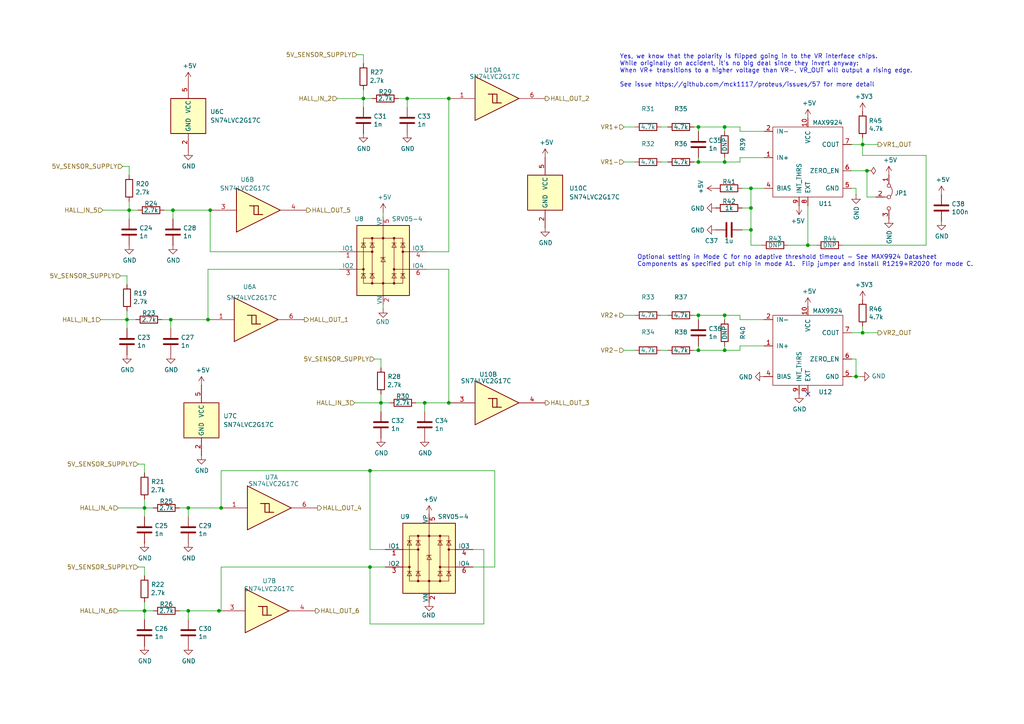
<source format=kicad_sch>
(kicad_sch (version 20250114) (generator "eeschema") (generator_version "9.0")
  (paper "A4")
  (title_block (title "rusEfi Proteus") (date "2022-04-09") (rev "v0.7") (company "rusEFI") (comment 1 "github.com/mck1117/proteus") (comment 2 "rusefi.com/s/proteus"))
  (lib_symbols
    (symbol "74xGxx:74LVC2G17"
      (property "Reference" "U" (at -1.27 7.62 0))
      (property "Value" "74LVC2G17" (at 2.54 -7.62 0))
      (symbol "74LVC2G17_1_1"
        (polyline (pts (xy -7.62 6.35) (xy -7.62 -6.35) (xy 5.08 0) (xy -7.62 6.35)) (stroke (width 0.254)) (fill (type background)))
        (polyline (pts (xy -3.81 1.27) (xy -2.54 1.27) (xy -2.54 -1.27) (xy 0 -1.27)) (stroke (width 0.254)) (fill (type background)))
        (polyline (pts (xy -2.54 1.27) (xy -1.27 1.27) (xy -1.27 -1.27)) (stroke (width 0.254)) (fill (type background)))
        (pin input line (at -15.24 0 0) (length 7.62) (name "~") (number "1"))
        (pin output line (at 12.7 0 180) (length 7.62) (name "~") (number "6"))
      )
      (symbol "74LVC2G17_2_1"
        (polyline (pts (xy -7.62 6.35) (xy -7.62 -6.35) (xy 5.08 0) (xy -7.62 6.35)) (stroke (width 0.254)) (fill (type background)))
        (polyline (pts (xy -3.81 1.27) (xy -2.54 1.27) (xy -2.54 -1.27) (xy 0 -1.27)) (stroke (width 0.254)) (fill (type background)))
        (polyline (pts (xy -2.54 1.27) (xy -1.27 1.27) (xy -1.27 -1.27)) (stroke (width 0.254)) (fill (type background)))
        (pin input line (at -15.24 0 0) (length 7.62) (name "~") (number "3"))
        (pin output line (at 12.7 0 180) (length 7.62) (name "~") (number "4"))
      )
      (symbol "74LVC2G17_3_0"
        (rectangle (start -5.08 -5.08) (end 5.08 5.08) (stroke (width 0.254)) (fill (type background)))
      )
      (symbol "74LVC2G17_3_1"
        (pin power_in line (at 0 10.16 270) (length 5.08) (name "VCC") (number "5"))
        (pin power_in line (at 0 -10.16 90) (length 5.08) (name "GND") (number "2"))
      )
    )
    (symbol "Device:C" (pin_numbers (hide yes)) (pin_names (offset 0.254))
      (property "Reference" "C" (at 0.635 2.54 0))
      (property "Value" "C" (at 0.635 -2.54 0))
      (symbol "C_0_1"
        (polyline (pts (xy -2.032 0.762) (xy 2.032 0.762)) (stroke (width 0.508)))
        (polyline (pts (xy -2.032 -0.762) (xy 2.032 -0.762)) (stroke (width 0.508)))
      )
      (symbol "C_1_1"
        (pin passive line (at 0 3.81 270) (length 2.794) (name "~") (number "1"))
        (pin passive line (at 0 -3.81 90) (length 2.794) (name "~") (number "2"))
      )
    )
    (symbol "Device:R" (pin_numbers (hide yes)) (pin_names (offset 0))
      (property "Reference" "R" (at 2.032 0 90))
      (property "Value" "R" (at 0 0 90))
      (symbol "R_0_1"
        (rectangle (start -1.016 -2.54) (end 1.016 2.54) (stroke (width 0.254)))
      )
      (symbol "R_1_1"
        (pin passive line (at 0 3.81 270) (length 1.27) (name "~") (number "1"))
        (pin passive line (at 0 -3.81 90) (length 1.27) (name "~") (number "2"))
      )
    )
    (symbol "Jumper:Jumper_3_Bridged12" (pin_names (offset 0) (hide yes)) (in_bom no)
      (property "Reference" "JP" (at -2.54 -2.54 0))
      (property "Value" "Jumper_3_Bridged12" (at 0 2.794 0))
      (symbol "Jumper_3_Bridged12_0_0"
        (circle (center -3.302 0) (radius 0.508))
        (circle (center 0 0) (radius 0.508))
        (circle (center 3.302 0) (radius 0.508))
      )
      (symbol "Jumper_3_Bridged12_0_1"
        (arc (start -3.048 0.508) (mid -1.651 0.9912) (end -0.254 0.508))
        (polyline (pts (xy 0 -1.27) (xy 0 -0.508)))
      )
      (symbol "Jumper_3_Bridged12_1_1"
        (pin passive line (at -6.35 0 0) (length 2.54) (name "A") (number "1"))
        (pin passive line (at 0 -3.81 90) (length 2.54) (name "C") (number "2"))
        (pin passive line (at 6.35 0 180) (length 2.54) (name "B") (number "3"))
      )
    )
    (symbol "Power_Protection:SRV05-4" (pin_names (offset 0))
      (property "Reference" "U" (at -5.08 11.43 0))
      (property "Value" "SRV05-4" (at 2.54 11.43 0))
      (symbol "SRV05-4_0_0"
        (rectangle (start -5.715 6.477) (end 5.715 -6.604))
        (polyline (pts (xy -3.175 -6.604) (xy -3.175 6.477)))
        (polyline (pts (xy 3.175 6.477) (xy 3.175 -6.604)))
      )
      (symbol "SRV05-4_0_1"
        (polyline (pts (xy -7.747 2.54) (xy -3.175 2.54)))
        (rectangle (start -7.62 10.16) (end 7.62 -10.16) (stroke (width 0.254)) (fill (type background)))
        (polyline (pts (xy -7.62 -2.54) (xy -5.715 -2.54)))
        (circle (center -5.715 -2.54) (radius 0.2794) (fill (type outline)))
        (polyline (pts (xy -5.08 5.08) (xy -6.35 5.08)))
        (polyline (pts (xy -5.08 3.81) (xy -6.35 3.81) (xy -5.715 5.08) (xy -5.08 3.81)))
        (polyline (pts (xy -5.08 -3.81) (xy -6.35 -3.81)))
        (polyline (pts (xy -5.08 -5.08) (xy -6.35 -5.08) (xy -5.715 -3.81) (xy -5.08 -5.08)))
        (circle (center -3.175 6.477) (radius 0.2794) (fill (type outline)))
        (circle (center -3.175 2.54) (radius 0.2794) (fill (type outline)))
        (circle (center -3.175 -6.604) (radius 0.2794) (fill (type outline)))
        (polyline (pts (xy -2.54 5.08) (xy -3.81 5.08)))
        (polyline (pts (xy -2.54 3.81) (xy -3.81 3.81) (xy -3.175 5.08) (xy -2.54 3.81)))
        (polyline (pts (xy -2.54 -3.81) (xy -3.81 -3.81)))
        (polyline (pts (xy -2.54 -5.08) (xy -3.81 -5.08) (xy -3.175 -3.81) (xy -2.54 -5.08)))
        (polyline (pts (xy 0 10.16) (xy 0 -10.16)))
        (circle (center 0 6.477) (radius 0.2794) (fill (type outline)))
        (circle (center 0 -6.604) (radius 0.2794) (fill (type outline)))
        (polyline (pts (xy 0.635 0.889) (xy -0.635 0.889) (xy -0.635 0.635)))
        (polyline (pts (xy 0.635 -0.381) (xy -0.635 -0.381) (xy 0 0.889) (xy 0.635 -0.381)))
        (circle (center 3.175 6.477) (radius 0.2794) (fill (type outline)))
        (circle (center 3.175 -2.54) (radius 0.2794) (fill (type outline)))
        (circle (center 3.175 -6.604) (radius 0.2794) (fill (type outline)))
        (polyline (pts (xy 3.81 5.08) (xy 2.54 5.08)))
        (polyline (pts (xy 3.81 3.81) (xy 2.54 3.81) (xy 3.175 5.08) (xy 3.81 3.81)))
        (polyline (pts (xy 3.81 -3.81) (xy 2.54 -3.81)))
        (polyline (pts (xy 3.81 -5.08) (xy 2.54 -5.08) (xy 3.175 -3.81) (xy 3.81 -5.08)))
        (circle (center 5.715 2.54) (radius 0.2794) (fill (type outline)))
        (polyline (pts (xy 6.35 5.08) (xy 5.08 5.08)))
        (polyline (pts (xy 6.35 3.81) (xy 5.08 3.81) (xy 5.715 5.08) (xy 6.35 3.81)))
        (polyline (pts (xy 6.35 -3.81) (xy 5.08 -3.81)))
        (polyline (pts (xy 6.35 -5.08) (xy 5.08 -5.08) (xy 5.715 -3.81) (xy 6.35 -5.08)))
        (polyline (pts (xy 7.62 2.54) (xy 5.715 2.54)))
        (polyline (pts (xy 7.62 -2.54) (xy 3.175 -2.54)))
      )
      (symbol "SRV05-4_1_1"
        (pin passive line (at -12.7 2.54 0) (length 5.08) (name "IO1") (number "1"))
        (pin passive line (at -12.7 -2.54 0) (length 5.08) (name "IO2") (number "3"))
        (pin passive line (at 0 12.7 270) (length 2.54) (name "VP") (number "5"))
        (pin passive line (at 0 -12.7 90) (length 2.54) (name "VN") (number "2"))
        (pin passive line (at 12.7 2.54 180) (length 5.08) (name "IO3") (number "4"))
        (pin passive line (at 12.7 -2.54 180) (length 5.08) (name "IO4") (number "6"))
      )
    )
    (symbol "max9924:MAX9924" (pin_names (offset 1.016))
      (property "Reference" "U" (at 3.81 -11.43 0))
      (property "Value" "MAX9924" (at 7.62 11.43 0))
      (symbol "MAX9924_0_1"
        (rectangle (start -10.16 10.16) (end 10.16 -10.16))
      )
      (symbol "MAX9924_1_1"
        (pin input line (at -12.7 8.89 0) (length 2.54) (name "IN-") (number "2"))
        (pin input line (at -12.7 1.27 0) (length 2.54) (name "IN+") (number "1"))
        (pin input line (at -12.7 -7.62 0) (length 2.54) (name "BIAS") (number "4"))
        (pin input line (at -2.54 -12.7 90) (length 2.54) (name "INT_THRS") (number "9"))
        (pin power_in line (at 0 12.7 270) (length 2.54) (name "VCC") (number "10"))
        (pin no_connect line (at 0 -5.08 0) (length 2.54) (hide yes) (name "~") (number "3"))
        (pin input line (at 0 -12.7 90) (length 2.54) (name "EXT") (number "8"))
        (pin output line (at 12.7 5.08 180) (length 2.54) (name "COUT") (number "7"))
        (pin input line (at 12.7 -2.54 180) (length 2.54) (name "ZERO_EN") (number "6"))
        (pin power_in line (at 12.7 -7.62 180) (length 2.54) (name "GND") (number "5"))
      )
    )
    (symbol "power:+3V3" (power) (pin_numbers (hide yes)) (pin_names (offset 0) (hide yes))
      (property "Value" "+3V3" (at 0 3.556 0))
      (symbol "+3V3_0_1"
        (polyline (pts (xy -0.762 1.27) (xy 0 2.54)))
        (polyline (pts (xy 0 2.54) (xy 0.762 1.27)))
        (polyline (pts (xy 0 0) (xy 0 2.54)))
      )
      (symbol "+3V3_1_1"
        (pin power_in line (at 0 0 90) (length 0) (name "~") (number "1"))
      )
    )
    (symbol "power:+5V" (power) (pin_numbers (hide yes)) (pin_names (offset 0) (hide yes))
      (property "Value" "+5V" (at 0 3.556 0))
      (symbol "+5V_0_1"
        (polyline (pts (xy -0.762 1.27) (xy 0 2.54)))
        (polyline (pts (xy 0 2.54) (xy 0.762 1.27)))
        (polyline (pts (xy 0 0) (xy 0 2.54)))
      )
      (symbol "+5V_1_1"
        (pin power_in line (at 0 0 90) (length 0) (name "~") (number "1"))
      )
    )
    (symbol "power:GND" (power) (pin_numbers (hide yes)) (pin_names (offset 0) (hide yes))
      (property "Value" "GND" (at 0 -3.81 0))
      (symbol "GND_0_1"
        (polyline (pts (xy 0 0) (xy 0 -1.27) (xy 1.27 -1.27) (xy 0 -2.54) (xy -1.27 -1.27) (xy 0 -1.27)))
      )
      (symbol "GND_1_1"
        (pin power_in line (at 0 0 270) (length 0) (name "~") (number "1"))
      )
    )
    (symbol "power:PWR_FLAG" (power) (pin_numbers (hide yes)) (pin_names (offset 0) (hide yes))
      (property "Value" "PWR_FLAG" (at 0 3.81 0))
      (symbol "PWR_FLAG_0_0"
        (pin power_out line (at 0 0 90) (length 0) (name "~") (number "1"))
      )
      (symbol "PWR_FLAG_0_1"
        (polyline (pts (xy 0 0) (xy 0 1.27) (xy -1.016 1.905) (xy 0 2.54) (xy 1.016 1.905) (xy 0 1.27)))
      )
    )
  )
  (text "Optional setting in Mode C for no adaptive threshold timeout - See MAX9924 Datasheet\nComponents as specified put chip in mode A1.  Flip jumper and install R1219+R2020 for mode C." (at 184.785 77.47 0) (effects (font (size 1.27 1.27)) (justify left bottom)))
  (text "Yes, we know that the polarity is flipped going in to the VR interface chips.\nWhile originally on accident, it’s no big deal since they invert anyway:\nWhen VR+ transitions to a higher voltage than VR-, VR_OUT will output a rising edge.\n\nSee issue https://github.com/mck1117/proteus/issues/57 for more detail" (at 179.705 25.4 0) (effects (font (size 1.27 1.27)) (justify left bottom)))
  (junction (at 64.135 147.32))
  (junction (at 250.19 96.52))
  (junction (at 107.315 164.465))
  (junction (at 54.61 177.165))
  (junction (at 41.91 147.32))
  (junction (at 110.49 116.84))
  (junction (at 118.11 28.575))
  (junction (at 202.565 36.83))
  (junction (at 36.83 92.71))
  (junction (at 202.565 46.99))
  (junction (at 217.805 66.675))
  (junction (at 250.19 41.91))
  (junction (at 217.805 54.61))
  (junction (at 105.41 28.575))
  (junction (at 130.175 28.575))
  (junction (at 130.175 116.84))
  (junction (at 54.61 147.32))
  (junction (at 63.5 177.165))
  (junction (at 248.285 109.22))
  (junction (at 123.19 116.84))
  (junction (at 202.565 101.6))
  (junction (at 234.315 71.12))
  (junction (at 202.565 91.44))
  (junction (at 251.46 49.53))
  (junction (at 60.96 60.96))
  (junction (at 41.91 177.165))
  (junction (at 50.165 60.96))
  (junction (at 210.185 101.6))
  (junction (at 49.53 92.71))
  (junction (at 37.465 60.96))
  (junction (at 210.185 91.44))
  (junction (at 107.315 136.525))
  (junction (at 210.185 36.83))
  (junction (at 60.325 92.71))
  (junction (at 217.805 60.325))
  (junction (at 210.185 46.99))
  (no_connect (at 234.315 114.3))
  (wire (pts (xy 217.805 66.675) (xy 217.805 71.12)))
  (wire (pts (xy 105.41 26.035) (xy 105.41 28.575)))
  (wire (pts (xy 268.605 45.085) (xy 250.19 45.085)))
  (wire (pts (xy 217.805 71.12) (xy 220.98 71.12)))
  (wire (pts (xy 250.19 94.615) (xy 250.19 96.52)))
  (wire (pts (xy 37.465 60.96) (xy 40.005 60.96)))
  (wire (pts (xy 54.61 147.32) (xy 52.07 147.32)))
  (wire (pts (xy 210.185 91.44) (xy 202.565 91.44)))
  (wire (pts (xy 214.63 38.1) (xy 221.615 38.1)))
  (wire (pts (xy 111.125 62.865) (xy 111.125 61.595)))
  (wire (pts (xy 249.555 109.22) (xy 248.285 109.22)))
  (wire (pts (xy 111.76 159.385) (xy 107.315 159.385)))
  (wire (pts (xy 201.295 36.83) (xy 202.565 36.83)))
  (wire (pts (xy 36.83 95.25) (xy 36.83 92.71)))
  (wire (pts (xy 236.855 71.12) (xy 234.315 71.12)))
  (wire (pts (xy 221.615 100.33) (xy 214.63 100.33)))
  (wire (pts (xy 130.175 28.575) (xy 130.175 73.025)))
  (wire (pts (xy 214.63 92.71) (xy 221.615 92.71)))
  (wire (pts (xy 123.19 116.84) (xy 123.19 119.38)))
  (wire (pts (xy 251.46 57.15) (xy 254 57.15)))
  (wire (pts (xy 41.91 134.62) (xy 41.91 137.16)))
  (wire (pts (xy 34.925 80.01) (xy 36.83 80.01)))
  (wire (pts (xy 34.29 147.32) (xy 41.91 147.32)))
  (wire (pts (xy 54.61 177.165) (xy 52.07 177.165)))
  (wire (pts (xy 180.975 36.83) (xy 184.15 36.83)))
  (wire (pts (xy 202.565 91.44) (xy 202.565 92.71)))
  (wire (pts (xy 201.295 91.44) (xy 202.565 91.44)))
  (wire (pts (xy 34.29 177.165) (xy 41.91 177.165)))
  (wire (pts (xy 214.63 100.33) (xy 214.63 101.6)))
  (wire (pts (xy 251.46 49.53) (xy 251.46 57.15)))
  (wire (pts (xy 107.315 136.525) (xy 107.315 159.385)))
  (wire (pts (xy 105.41 15.875) (xy 105.41 18.415)))
  (wire (pts (xy 41.91 174.625) (xy 41.91 177.165)))
  (wire (pts (xy 107.315 136.525) (xy 64.135 136.525)))
  (wire (pts (xy 140.335 180.975) (xy 140.335 159.385)))
  (wire (pts (xy 140.335 159.385) (xy 137.16 159.385)))
  (wire (pts (xy 214.63 91.44) (xy 214.63 92.71)))
  (wire (pts (xy 40.005 134.62) (xy 41.91 134.62)))
  (wire (pts (xy 202.565 46.99) (xy 210.185 46.99)))
  (wire (pts (xy 36.83 80.01) (xy 36.83 82.55)))
  (wire (pts (xy 110.49 114.3) (xy 110.49 116.84)))
  (wire (pts (xy 123.19 116.84) (xy 130.175 116.84)))
  (wire (pts (xy 180.975 91.44) (xy 184.15 91.44)))
  (wire (pts (xy 250.19 96.52) (xy 247.015 96.52)))
  (wire (pts (xy 49.53 92.71) (xy 60.325 92.71)))
  (wire (pts (xy 107.315 164.465) (xy 111.76 164.465)))
  (wire (pts (xy 201.295 46.99) (xy 202.565 46.99)))
  (wire (pts (xy 41.91 164.465) (xy 41.91 167.005)))
  (wire (pts (xy 215.265 54.61) (xy 217.805 54.61)))
  (wire (pts (xy 214.63 101.6) (xy 210.185 101.6)))
  (wire (pts (xy 180.975 46.99) (xy 184.15 46.99)))
  (wire (pts (xy 191.77 46.99) (xy 193.675 46.99)))
  (wire (pts (xy 102.87 116.84) (xy 110.49 116.84)))
  (wire (pts (xy 250.19 41.91) (xy 247.015 41.91)))
  (wire (pts (xy 107.315 180.975) (xy 140.335 180.975)))
  (wire (pts (xy 41.91 149.86) (xy 41.91 147.32)))
  (wire (pts (xy 110.49 104.14) (xy 110.49 106.68)))
  (wire (pts (xy 111.125 89.535) (xy 111.125 88.265)))
  (wire (pts (xy 247.015 49.53) (xy 251.46 49.53)))
  (wire (pts (xy 54.61 177.165) (xy 54.61 179.705)))
  (wire (pts (xy 221.615 45.72) (xy 214.63 45.72)))
  (wire (pts (xy 143.51 164.465) (xy 143.51 136.525)))
  (wire (pts (xy 268.605 71.12) (xy 268.605 45.085)))
  (wire (pts (xy 60.325 78.105) (xy 98.425 78.105)))
  (wire (pts (xy 105.41 28.575) (xy 107.95 28.575)))
  (wire (pts (xy 49.53 92.71) (xy 46.99 92.71)))
  (wire (pts (xy 118.11 28.575) (xy 115.57 28.575)))
  (wire (pts (xy 50.165 60.96) (xy 50.165 63.5)))
  (wire (pts (xy 202.565 101.6) (xy 210.185 101.6)))
  (wire (pts (xy 143.51 136.525) (xy 107.315 136.525)))
  (wire (pts (xy 60.325 92.71) (xy 60.325 78.105)))
  (wire (pts (xy 36.83 90.17) (xy 36.83 92.71)))
  (wire (pts (xy 118.11 28.575) (xy 118.11 31.115)))
  (wire (pts (xy 254.635 96.52) (xy 250.19 96.52)))
  (wire (pts (xy 107.315 164.465) (xy 107.315 180.975)))
  (wire (pts (xy 210.185 92.71) (xy 210.185 91.44)))
  (wire (pts (xy 41.91 147.32) (xy 44.45 147.32)))
  (wire (pts (xy 130.175 78.105) (xy 130.175 116.84)))
  (wire (pts (xy 130.175 78.105) (xy 123.825 78.105)))
  (wire (pts (xy 210.185 38.1) (xy 210.185 36.83)))
  (wire (pts (xy 217.805 66.675) (xy 217.805 60.325)))
  (wire (pts (xy 137.16 164.465) (xy 143.51 164.465)))
  (wire (pts (xy 191.77 101.6) (xy 193.675 101.6)))
  (wire (pts (xy 108.585 104.14) (xy 110.49 104.14)))
  (wire (pts (xy 214.63 46.99) (xy 210.185 46.99)))
  (wire (pts (xy 64.135 136.525) (xy 64.135 147.32)))
  (wire (pts (xy 210.185 101.6) (xy 210.185 100.33)))
  (wire (pts (xy 180.975 101.6) (xy 184.15 101.6)))
  (wire (pts (xy 215.265 66.675) (xy 217.805 66.675)))
  (wire (pts (xy 41.91 179.705) (xy 41.91 177.165)))
  (wire (pts (xy 35.56 48.26) (xy 37.465 48.26)))
  (wire (pts (xy 105.41 31.115) (xy 105.41 28.575)))
  (wire (pts (xy 210.185 36.83) (xy 214.63 36.83)))
  (wire (pts (xy 210.185 91.44) (xy 214.63 91.44)))
  (wire (pts (xy 103.505 15.875) (xy 105.41 15.875)))
  (wire (pts (xy 60.96 73.025) (xy 98.425 73.025)))
  (wire (pts (xy 29.21 92.71) (xy 36.83 92.71)))
  (wire (pts (xy 54.61 147.32) (xy 54.61 149.86)))
  (wire (pts (xy 193.675 36.83) (xy 191.77 36.83)))
  (wire (pts (xy 97.79 28.575) (xy 105.41 28.575)))
  (wire (pts (xy 118.11 28.575) (xy 130.175 28.575)))
  (wire (pts (xy 50.165 60.96) (xy 47.625 60.96)))
  (wire (pts (xy 64.135 164.465) (xy 107.315 164.465)))
  (wire (pts (xy 210.185 46.99) (xy 210.185 45.72)))
  (wire (pts (xy 248.285 56.515) (xy 248.285 54.61)))
  (wire (pts (xy 202.565 46.99) (xy 202.565 45.72)))
  (wire (pts (xy 60.96 73.025) (xy 60.96 60.96)))
  (wire (pts (xy 217.805 60.325) (xy 217.805 54.61)))
  (wire (pts (xy 54.61 147.32) (xy 64.135 147.32)))
  (wire (pts (xy 234.315 71.12) (xy 228.6 71.12)))
  (wire (pts (xy 214.63 45.72) (xy 214.63 46.99)))
  (wire (pts (xy 217.805 54.61) (xy 221.615 54.61)))
  (wire (pts (xy 215.265 60.325) (xy 217.805 60.325)))
  (wire (pts (xy 250.19 45.085) (xy 250.19 41.91)))
  (wire (pts (xy 36.83 92.71) (xy 39.37 92.71)))
  (wire (pts (xy 248.285 54.61) (xy 247.015 54.61)))
  (wire (pts (xy 50.165 60.96) (xy 60.96 60.96)))
  (wire (pts (xy 37.465 48.26) (xy 37.465 50.8)))
  (wire (pts (xy 234.315 59.69) (xy 234.315 71.12)))
  (wire (pts (xy 64.135 177.165) (xy 63.5 177.165)))
  (wire (pts (xy 210.185 36.83) (xy 202.565 36.83)))
  (wire (pts (xy 123.19 116.84) (xy 120.65 116.84)))
  (wire (pts (xy 254.635 41.91) (xy 250.19 41.91)))
  (wire (pts (xy 130.175 73.025) (xy 123.825 73.025)))
  (wire (pts (xy 110.49 116.84) (xy 113.03 116.84)))
  (wire (pts (xy 201.295 101.6) (xy 202.565 101.6)))
  (wire (pts (xy 37.465 58.42) (xy 37.465 60.96)))
  (wire (pts (xy 248.285 104.14) (xy 248.285 109.22)))
  (wire (pts (xy 49.53 92.71) (xy 49.53 95.25)))
  (wire (pts (xy 40.005 164.465) (xy 41.91 164.465)))
  (wire (pts (xy 248.285 109.22) (xy 247.015 109.22)))
  (wire (pts (xy 244.475 71.12) (xy 268.605 71.12)))
  (wire (pts (xy 64.135 177.165) (xy 64.135 164.465)))
  (wire (pts (xy 247.015 104.14) (xy 248.285 104.14)))
  (wire (pts (xy 202.565 36.83) (xy 202.565 38.1)))
  (wire (pts (xy 41.91 144.78) (xy 41.91 147.32)))
  (wire (pts (xy 193.675 91.44) (xy 191.77 91.44)))
  (wire (pts (xy 54.61 177.165) (xy 63.5 177.165)))
  (wire (pts (xy 202.565 101.6) (xy 202.565 100.33)))
  (wire (pts (xy 29.845 60.96) (xy 37.465 60.96)))
  (wire (pts (xy 37.465 63.5) (xy 37.465 60.96)))
  (wire (pts (xy 110.49 119.38) (xy 110.49 116.84)))
  (wire (pts (xy 41.91 177.165) (xy 44.45 177.165)))
  (wire (pts (xy 250.19 40.005) (xy 250.19 41.91)))
  (wire (pts (xy 214.63 36.83) (xy 214.63 38.1)))
  (hierarchical_label "HALL_OUT_3" (shape output) (at 158.115 116.84 0))
  (hierarchical_label "5V_SENSOR_SUPPLY" (shape input) (at 40.005 164.465 180))
  (hierarchical_label "HALL_OUT_5" (shape output) (at 88.9 60.96 0))
  (hierarchical_label "HALL_OUT_1" (shape output) (at 88.265 92.71 0))
  (hierarchical_label "5V_SENSOR_SUPPLY" (shape input) (at 40.005 134.62 180))
  (hierarchical_label "5V_SENSOR_SUPPLY" (shape input) (at 108.585 104.14 180))
  (hierarchical_label "HALL_IN_1" (shape input) (at 29.21 92.71 180))
  (hierarchical_label "VR2-" (shape input) (at 180.975 101.6 180))
  (hierarchical_label "HALL_IN_2" (shape input) (at 97.79 28.575 180))
  (hierarchical_label "HALL_IN_6" (shape input) (at 34.29 177.165 180))
  (hierarchical_label "5V_SENSOR_SUPPLY" (shape input) (at 34.925 80.01 180))
  (hierarchical_label "HALL_IN_3" (shape input) (at 102.87 116.84 180))
  (hierarchical_label "HALL_OUT_6" (shape output) (at 91.44 177.165 0))
  (hierarchical_label "HALL_IN_5" (shape input) (at 29.845 60.96 180))
  (hierarchical_label "5V_SENSOR_SUPPLY" (shape input) (at 103.505 15.875 180))
  (hierarchical_label "HALL_OUT_2" (shape output) (at 158.115 28.575 0))
  (hierarchical_label "HALL_IN_4" (shape input) (at 34.29 147.32 180))
  (hierarchical_label "VR2+" (shape input) (at 180.975 91.44 180))
  (hierarchical_label "VR1_OUT" (shape output) (at 254.635 41.91 0))
  (hierarchical_label "HALL_OUT_4" (shape output) (at 92.075 147.32 0))
  (hierarchical_label "VR1-" (shape input) (at 180.975 46.99 180))
  (hierarchical_label "VR1+" (shape input) (at 180.975 36.83 180))
  (hierarchical_label "5V_SENSOR_SUPPLY" (shape input) (at 35.56 48.26 180))
  (hierarchical_label "VR2_OUT" (shape output) (at 254.635 96.52 0))
  (symbol (lib_id "Device:R") (at 37.465 54.61 0) (unit 1)
    (property "Reference" "R20" (at 39.37 53.34 0) (effects (justify left)))
    (property "Value" "2.7k" (at 39.243 55.753 0) (effects (justify left)))
    (property "Footprint" "Resistor_SMD:R_0603_1608Metric" (effects (hide yes)))
    (property "LCSC" "C13167" (effects (hide yes)))
    (property "LCSC_ext" "0" (effects (hide yes)))
  )
  (symbol (lib_id "Device:R") (at 43.815 60.96 270) (unit 1)
    (property "Reference" "R24" (at 43.815 59.055 90))
    (property "Value" "2.7k" (at 43.815 60.96 90))
    (property "Footprint" "Resistor_SMD:R_0603_1608Metric" (effects (hide yes)))
    (property "LCSC" "C13167" (effects (hide yes)))
    (property "LCSC_ext" "0" (effects (hide yes)))
  )
  (symbol (lib_id "Device:C") (at 50.165 67.31 0) (unit 1)
    (property "Reference" "C28" (at 53.086 66.1416 0) (effects (justify left)))
    (property "Value" "1n" (at 53.086 68.453 0) (effects (justify left)))
    (property "Footprint" "Capacitor_SMD:C_0603_1608Metric" (effects (hide yes)))
    (property "LCSC" "C1588" (effects (hide yes)))
    (property "LCSC_ext" "0" (effects (hide yes)))
  )
  (symbol (lib_id "power:GND") (at 50.165 71.12 0) (unit 1)
    (property "Reference" "#PWR046" (effects (hide yes)))
    (property "Value" "GND" (at 50.292 75.5142 0))
    (property "Description" "Power symbol creates a global label with name \"GND\" , ground" (effects (hide yes)))
  )
  (symbol (lib_id "Device:C") (at 37.465 67.31 0) (unit 1)
    (property "Reference" "C24" (at 40.386 66.1416 0) (effects (justify left)))
    (property "Value" "1n" (at 40.386 68.453 0) (effects (justify left)))
    (property "Footprint" "Capacitor_SMD:C_0603_1608Metric" (effects (hide yes)))
    (property "LCSC" "C1588" (effects (hide yes)))
    (property "LCSC_ext" "0" (effects (hide yes)))
  )
  (symbol (lib_id "power:GND") (at 37.465 71.12 0) (unit 1)
    (property "Reference" "#PWR042" (effects (hide yes)))
    (property "Value" "GND" (at 37.592 75.5142 0))
    (property "Description" "Power symbol creates a global label with name \"GND\" , ground" (effects (hide yes)))
  )
  (symbol (lib_id "Device:R") (at 41.91 170.815 0) (unit 1)
    (property "Reference" "R22" (at 43.815 169.545 0) (effects (justify left)))
    (property "Value" "2.7k" (at 43.688 171.958 0) (effects (justify left)))
    (property "Footprint" "Resistor_SMD:R_0603_1608Metric" (effects (hide yes)))
    (property "LCSC" "C13167" (effects (hide yes)))
    (property "LCSC_ext" "0" (effects (hide yes)))
  )
  (symbol (lib_id "Device:R") (at 48.26 177.165 270) (unit 1)
    (property "Reference" "R26" (at 48.26 175.26 90))
    (property "Value" "2.7k" (at 48.26 177.165 90))
    (property "Footprint" "Resistor_SMD:R_0603_1608Metric" (effects (hide yes)))
    (property "LCSC" "C13167" (effects (hide yes)))
    (property "LCSC_ext" "0" (effects (hide yes)))
  )
  (symbol (lib_id "Device:C") (at 54.61 183.515 0) (unit 1)
    (property "Reference" "C30" (at 57.531 182.3466 0) (effects (justify left)))
    (property "Value" "1n" (at 57.531 184.658 0) (effects (justify left)))
    (property "Footprint" "Capacitor_SMD:C_0603_1608Metric" (effects (hide yes)))
    (property "LCSC" "C1588" (effects (hide yes)))
    (property "LCSC_ext" "0" (effects (hide yes)))
  )
  (symbol (lib_id "power:GND") (at 54.61 187.325 0) (unit 1)
    (property "Reference" "#PWR050" (effects (hide yes)))
    (property "Value" "GND" (at 54.737 191.7192 0))
    (property "Description" "Power symbol creates a global label with name \"GND\" , ground" (effects (hide yes)))
  )
  (symbol (lib_id "Device:C") (at 41.91 183.515 0) (unit 1)
    (property "Reference" "C26" (at 44.831 182.3466 0) (effects (justify left)))
    (property "Value" "1n" (at 44.831 184.658 0) (effects (justify left)))
    (property "Footprint" "Capacitor_SMD:C_0603_1608Metric" (effects (hide yes)))
    (property "LCSC" "C1588" (effects (hide yes)))
    (property "LCSC_ext" "0" (effects (hide yes)))
  )
  (symbol (lib_id "power:GND") (at 41.91 187.325 0) (unit 1)
    (property "Reference" "#PWR044" (effects (hide yes)))
    (property "Value" "GND" (at 42.037 191.7192 0))
    (property "Description" "Power symbol creates a global label with name \"GND\" , ground" (effects (hide yes)))
  )
  (symbol (lib_id "max9924:MAX9924") (at 234.315 46.99 0) (unit 1)
    (property "Reference" "U11" (at 239.395 59.055 0))
    (property "Value" "MAX9924" (at 240.03 35.56 0))
    (property "Footprint" "Package_SO:MSOP-10_3x3mm_P0.5mm" (effects (hide yes)))
    (property "Datasheet" "https://www.analog.com/media/en/technical-documentation/data-sheets/MAX9924-MAX9927.pdf" (effects (hide yes)))
    (property "Description" "Variable Reluctance Sensor Interfaces with Differential Input and Adaptive Peak Threshold" (effects (hide yes)))
    (property "LCSC" "N/A" (effects (hide yes)))
  )
  (symbol (lib_id "power:GND") (at 248.285 56.515 0) (unit 1)
    (property "Reference" "#PWR071" (effects (hide yes)))
    (property "Value" "GND" (at 248.412 59.7662 90) (effects (justify right)))
    (property "Description" "Power symbol creates a global label with name \"GND\" , ground" (effects (hide yes)))
  )
  (symbol (lib_id "power:+5V") (at 234.315 34.29 0) (unit 1)
    (property "Reference" "#PWR069" (effects (hide yes)))
    (property "Value" "+5V" (at 234.696 29.8958 0))
    (property "Description" "Power symbol creates a global label with name \"+5V\"" (effects (hide yes)))
  )
  (symbol (lib_id "Device:R") (at 250.19 36.195 0) (unit 1)
    (property "Reference" "R45" (at 251.968 35.0266 0) (effects (justify left)))
    (property "Value" "4.7k" (at 251.968 37.338 0) (effects (justify left)))
    (property "Footprint" "Resistor_SMD:R_0805_2012Metric" (effects (hide yes)))
    (property "LCSC" "C17673" (effects (hide yes)))
    (property "LCSC_ext" "0" (effects (hide yes)))
  )
  (symbol (lib_id "power:+3V3") (at 250.19 32.385 0) (unit 1)
    (property "Reference" "#PWR073" (effects (hide yes)))
    (property "Value" "+3V3" (at 250.571 27.9908 0))
    (property "Description" "Power symbol creates a global label with name \"+3V3\"" (effects (hide yes)))
  )
  (symbol (lib_id "power:GND") (at 207.645 60.325 270) (unit 1)
    (property "Reference" "#PWR064" (effects (hide yes)))
    (property "Value" "GND" (at 204.3938 60.452 90) (effects (justify right)))
    (property "Description" "Power symbol creates a global label with name \"GND\" , ground" (effects (hide yes)))
  )
  (symbol (lib_id "max9924:MAX9924") (at 234.315 101.6 0) (unit 1)
    (property "Reference" "U12" (at 239.395 113.665 0))
    (property "Value" "MAX9924" (at 240.03 90.17 0))
    (property "Footprint" "Package_SO:MSOP-10_3x3mm_P0.5mm" (effects (hide yes)))
    (property "Datasheet" "https://www.analog.com/media/en/technical-documentation/data-sheets/MAX9924-MAX9927.pdf" (effects (hide yes)))
    (property "Description" "Variable Reluctance Sensor Interfaces with Differential Input and Adaptive Peak Threshold" (effects (hide yes)))
    (property "LCSC" "N/A" (effects (hide yes)))
  )
  (symbol (lib_id "power:GND") (at 249.555 109.22 90) (unit 1)
    (property "Reference" "#PWR072" (effects (hide yes)))
    (property "Value" "GND" (at 252.8062 109.093 90) (effects (justify right)))
    (property "Description" "Power symbol creates a global label with name \"GND\" , ground" (effects (hide yes)))
  )
  (symbol (lib_id "power:+5V") (at 234.315 88.9 0) (unit 1)
    (property "Reference" "#PWR070" (effects (hide yes)))
    (property "Value" "+5V" (at 234.696 84.5058 0))
    (property "Description" "Power symbol creates a global label with name \"+5V\"" (effects (hide yes)))
  )
  (symbol (lib_id "Device:R") (at 250.19 90.805 0) (unit 1)
    (property "Reference" "R46" (at 251.968 89.6366 0) (effects (justify left)))
    (property "Value" "4.7k" (at 251.968 91.948 0) (effects (justify left)))
    (property "Footprint" "Resistor_SMD:R_0805_2012Metric" (effects (hide yes)))
    (property "LCSC" "C17673" (effects (hide yes)))
    (property "LCSC_ext" "0" (effects (hide yes)))
  )
  (symbol (lib_id "power:+3V3") (at 250.19 86.995 0) (unit 1)
    (property "Reference" "#PWR074" (effects (hide yes)))
    (property "Value" "+3V3" (at 250.571 82.6008 0))
    (property "Description" "Power symbol creates a global label with name \"+3V3\"" (effects (hide yes)))
  )
  (symbol (lib_id "power:GND") (at 221.615 109.22 270) (unit 1)
    (property "Reference" "#PWR066" (effects (hide yes)))
    (property "Value" "GND" (at 218.3638 109.347 90) (effects (justify right)))
    (property "Description" "Power symbol creates a global label with name \"GND\" , ground" (effects (hide yes)))
  )
  (symbol (lib_id "power:GND") (at 231.775 114.3 0) (unit 1)
    (property "Reference" "#PWR068" (effects (hide yes)))
    (property "Value" "GND" (at 231.902 118.6942 0))
    (property "Description" "Power symbol creates a global label with name \"GND\" , ground" (effects (hide yes)))
  )
  (symbol (lib_id "Device:C") (at 273.05 60.325 0) (unit 1)
    (property "Reference" "C38" (at 275.971 59.1566 0) (effects (justify left)))
    (property "Value" "100n" (at 275.971 61.468 0) (effects (justify left)))
    (property "Footprint" "Capacitor_SMD:C_0603_1608Metric" (effects (hide yes)))
    (property "LCSC" "C14663" (effects (hide yes)))
    (property "LCSC_ext" "0" (effects (hide yes)))
  )
  (symbol (lib_id "power:+5V") (at 273.05 56.515 0) (unit 1)
    (property "Reference" "#PWR077" (effects (hide yes)))
    (property "Value" "+5V" (at 273.431 52.1208 0))
    (property "Description" "Power symbol creates a global label with name \"+5V\"" (effects (hide yes)))
  )
  (symbol (lib_id "power:GND") (at 273.05 64.135 0) (unit 1)
    (property "Reference" "#PWR078" (effects (hide yes)))
    (property "Value" "GND" (at 273.177 68.5292 0))
    (property "Description" "Power symbol creates a global label with name \"GND\" , ground" (effects (hide yes)))
  )
  (symbol (lib_id "Device:R") (at 187.96 36.83 270) (unit 1)
    (property "Reference" "R31" (at 187.96 31.5722 90))
    (property "Value" "4.7k" (at 187.96 36.83 90))
    (property "Footprint" "Resistor_SMD:R_0805_2012Metric" (effects (hide yes)))
    (property "LCSC" "C17673" (effects (hide yes)))
    (property "LCSC_ext" "0" (effects (hide yes)))
  )
  (symbol (lib_id "Device:R") (at 187.96 46.99 270) (unit 1)
    (property "Reference" "R32" (at 187.96 41.7322 90))
    (property "Value" "4.7k" (at 187.96 46.99 90))
    (property "Footprint" "Resistor_SMD:R_0805_2012Metric" (effects (hide yes)))
    (property "LCSC" "C17673" (effects (hide yes)))
    (property "LCSC_ext" "0" (effects (hide yes)))
  )
  (symbol (lib_id "Device:R") (at 197.485 46.99 270) (unit 1)
    (property "Reference" "R36" (at 197.485 41.7322 90))
    (property "Value" "4.7k" (at 197.485 46.99 90))
    (property "Footprint" "Resistor_SMD:R_0805_2012Metric" (effects (hide yes)))
    (property "LCSC" "C17673" (effects (hide yes)))
    (property "LCSC_ext" "0" (effects (hide yes)))
  )
  (symbol (lib_id "Device:R") (at 197.485 36.83 270) (unit 1)
    (property "Reference" "R35" (at 197.485 31.5722 90))
    (property "Value" "4.7k" (at 197.485 36.83 90))
    (property "Footprint" "Resistor_SMD:R_0805_2012Metric" (effects (hide yes)))
    (property "LCSC" "C17673" (effects (hide yes)))
    (property "LCSC_ext" "0" (effects (hide yes)))
  )
  (symbol (lib_id "Device:C") (at 202.565 41.91 0) (unit 1)
    (property "Reference" "C35" (at 205.486 40.7416 0) (effects (justify left)))
    (property "Value" "1n" (at 205.486 43.053 0) (effects (justify left)))
    (property "Footprint" "Capacitor_SMD:C_0603_1608Metric" (effects (hide yes)))
    (property "LCSC" "C1588" (effects (hide yes)))
    (property "LCSC_ext" "0" (effects (hide yes)))
  )
  (symbol (lib_id "Device:R") (at 210.185 41.91 180) (unit 1)
    (property "Reference" "R39" (at 215.4428 41.91 90))
    (property "Value" "DNP" (at 210.185 41.91 90))
    (property "Footprint" "Resistor_SMD:R_0805_2012Metric" (effects (hide yes)))
    (property "LCSC" "DNP" (effects (hide yes)))
    (property "LCSC_ext" "0" (effects (hide yes)))
    (property "PN" "603-RC0402FR-075KL" (effects (hide yes)))
  )
  (symbol (lib_id "Device:R") (at 187.96 91.44 270) (unit 1)
    (property "Reference" "R33" (at 187.96 86.1822 90))
    (property "Value" "4.7k" (at 187.96 91.44 90))
    (property "Footprint" "Resistor_SMD:R_0805_2012Metric" (effects (hide yes)))
    (property "LCSC" "C17673" (effects (hide yes)))
    (property "LCSC_ext" "0" (effects (hide yes)))
  )
  (symbol (lib_id "Device:R") (at 187.96 101.6 270) (unit 1)
    (property "Reference" "R34" (at 187.96 96.3422 90))
    (property "Value" "4.7k" (at 187.96 101.6 90))
    (property "Footprint" "Resistor_SMD:R_0805_2012Metric" (effects (hide yes)))
    (property "LCSC" "C17673" (effects (hide yes)))
    (property "LCSC_ext" "0" (effects (hide yes)))
  )
  (symbol (lib_id "Device:R") (at 197.485 101.6 270) (unit 1)
    (property "Reference" "R38" (at 197.485 96.3422 90))
    (property "Value" "4.7k" (at 197.485 101.6 90))
    (property "Footprint" "Resistor_SMD:R_0805_2012Metric" (effects (hide yes)))
    (property "LCSC" "C17673" (effects (hide yes)))
    (property "LCSC_ext" "0" (effects (hide yes)))
  )
  (symbol (lib_id "Device:R") (at 197.485 91.44 270) (unit 1)
    (property "Reference" "R37" (at 197.485 86.1822 90))
    (property "Value" "4.7k" (at 197.485 91.44 90))
    (property "Footprint" "Resistor_SMD:R_0805_2012Metric" (effects (hide yes)))
    (property "LCSC" "C17673" (effects (hide yes)))
    (property "LCSC_ext" "0" (effects (hide yes)))
  )
  (symbol (lib_id "Device:C") (at 202.565 96.52 0) (unit 1)
    (property "Reference" "C36" (at 205.486 95.3516 0) (effects (justify left)))
    (property "Value" "1n" (at 205.486 97.663 0) (effects (justify left)))
    (property "Footprint" "Capacitor_SMD:C_0603_1608Metric" (effects (hide yes)))
    (property "LCSC" "C1588" (effects (hide yes)))
    (property "LCSC_ext" "0" (effects (hide yes)))
  )
  (symbol (lib_id "Device:R") (at 210.185 96.52 180) (unit 1)
    (property "Reference" "R40" (at 215.4428 96.52 90))
    (property "Value" "DNP" (at 210.185 96.52 90))
    (property "Footprint" "Resistor_SMD:R_0805_2012Metric" (effects (hide yes)))
    (property "LCSC" "DNP" (effects (hide yes)))
    (property "LCSC_ext" "0" (effects (hide yes)))
    (property "PN" "603-RC0402FR-075KL" (effects (hide yes)))
  )
  (symbol (lib_id "Device:R") (at 36.83 86.36 0) (unit 1)
    (property "Reference" "R19" (at 38.735 85.09 0) (effects (justify left)))
    (property "Value" "2.7k" (at 38.608 87.503 0) (effects (justify left)))
    (property "Footprint" "Resistor_SMD:R_0603_1608Metric" (effects (hide yes)))
    (property "LCSC" "C13167" (effects (hide yes)))
    (property "LCSC_ext" "0" (effects (hide yes)))
  )
  (symbol (lib_id "Device:R") (at 43.18 92.71 270) (unit 1)
    (property "Reference" "R23" (at 43.18 90.805 90))
    (property "Value" "2.7k" (at 43.18 92.71 90))
    (property "Footprint" "Resistor_SMD:R_0603_1608Metric" (effects (hide yes)))
    (property "LCSC" "C13167" (effects (hide yes)))
    (property "LCSC_ext" "0" (effects (hide yes)))
  )
  (symbol (lib_id "Device:C") (at 49.53 99.06 0) (unit 1)
    (property "Reference" "C27" (at 52.451 97.8916 0) (effects (justify left)))
    (property "Value" "1n" (at 52.451 100.203 0) (effects (justify left)))
    (property "Footprint" "Capacitor_SMD:C_0603_1608Metric" (effects (hide yes)))
    (property "LCSC" "C1588" (effects (hide yes)))
    (property "LCSC_ext" "0" (effects (hide yes)))
  )
  (symbol (lib_id "power:GND") (at 49.53 102.87 0) (unit 1)
    (property "Reference" "#PWR045" (effects (hide yes)))
    (property "Value" "GND" (at 49.657 107.2642 0))
    (property "Description" "Power symbol creates a global label with name \"GND\" , ground" (effects (hide yes)))
  )
  (symbol (lib_id "Device:C") (at 36.83 99.06 0) (unit 1)
    (property "Reference" "C23" (at 39.751 97.8916 0) (effects (justify left)))
    (property "Value" "1n" (at 39.751 100.203 0) (effects (justify left)))
    (property "Footprint" "Capacitor_SMD:C_0603_1608Metric" (effects (hide yes)))
    (property "LCSC" "C1588" (effects (hide yes)))
    (property "LCSC_ext" "0" (effects (hide yes)))
  )
  (symbol (lib_id "power:GND") (at 36.83 102.87 0) (unit 1)
    (property "Reference" "#PWR041" (effects (hide yes)))
    (property "Value" "GND" (at 36.957 107.2642 0))
    (property "Description" "Power symbol creates a global label with name \"GND\" , ground" (effects (hide yes)))
  )
  (symbol (lib_id "Device:R") (at 105.41 22.225 0) (unit 1)
    (property "Reference" "R27" (at 107.315 20.955 0) (effects (justify left)))
    (property "Value" "2.7k" (at 107.188 23.368 0) (effects (justify left)))
    (property "Footprint" "Resistor_SMD:R_0603_1608Metric" (effects (hide yes)))
    (property "LCSC" "C13167" (effects (hide yes)))
    (property "LCSC_ext" "0" (effects (hide yes)))
  )
  (symbol (lib_id "Device:R") (at 111.76 28.575 270) (unit 1)
    (property "Reference" "R29" (at 111.76 26.67 90))
    (property "Value" "2.7k" (at 111.76 28.575 90))
    (property "Footprint" "Resistor_SMD:R_0603_1608Metric" (effects (hide yes)))
    (property "LCSC" "C13167" (effects (hide yes)))
    (property "LCSC_ext" "0" (effects (hide yes)))
  )
  (symbol (lib_id "Device:C") (at 118.11 34.925 0) (unit 1)
    (property "Reference" "C33" (at 121.031 33.7566 0) (effects (justify left)))
    (property "Value" "1n" (at 121.031 36.068 0) (effects (justify left)))
    (property "Footprint" "Capacitor_SMD:C_0603_1608Metric" (effects (hide yes)))
    (property "LCSC" "C1588" (effects (hide yes)))
    (property "LCSC_ext" "0" (effects (hide yes)))
  )
  (symbol (lib_id "power:GND") (at 118.11 38.735 0) (unit 1)
    (property "Reference" "#PWR057" (effects (hide yes)))
    (property "Value" "GND" (at 118.237 43.1292 0))
    (property "Description" "Power symbol creates a global label with name \"GND\" , ground" (effects (hide yes)))
  )
  (symbol (lib_id "Device:C") (at 105.41 34.925 0) (unit 1)
    (property "Reference" "C31" (at 108.331 33.7566 0) (effects (justify left)))
    (property "Value" "1n" (at 108.331 36.068 0) (effects (justify left)))
    (property "Footprint" "Capacitor_SMD:C_0603_1608Metric" (effects (hide yes)))
    (property "LCSC" "C1588" (effects (hide yes)))
    (property "LCSC_ext" "0" (effects (hide yes)))
  )
  (symbol (lib_id "power:GND") (at 105.41 38.735 0) (unit 1)
    (property "Reference" "#PWR053" (effects (hide yes)))
    (property "Value" "GND" (at 105.537 43.1292 0))
    (property "Description" "Power symbol creates a global label with name \"GND\" , ground" (effects (hide yes)))
  )
  (symbol (lib_id "Device:R") (at 110.49 110.49 0) (unit 1)
    (property "Reference" "R28" (at 112.395 109.22 0) (effects (justify left)))
    (property "Value" "2.7k" (at 112.268 111.633 0) (effects (justify left)))
    (property "Footprint" "Resistor_SMD:R_0603_1608Metric" (effects (hide yes)))
    (property "LCSC" "C13167" (effects (hide yes)))
    (property "LCSC_ext" "0" (effects (hide yes)))
  )
  (symbol (lib_id "Device:R") (at 116.84 116.84 270) (unit 1)
    (property "Reference" "R30" (at 116.84 114.935 90))
    (property "Value" "2.7k" (at 116.84 116.84 90))
    (property "Footprint" "Resistor_SMD:R_0603_1608Metric" (effects (hide yes)))
    (property "LCSC" "C13167" (effects (hide yes)))
    (property "LCSC_ext" "0" (effects (hide yes)))
  )
  (symbol (lib_id "Device:C") (at 123.19 123.19 0) (unit 1)
    (property "Reference" "C34" (at 126.111 122.0216 0) (effects (justify left)))
    (property "Value" "1n" (at 126.111 124.333 0) (effects (justify left)))
    (property "Footprint" "Capacitor_SMD:C_0603_1608Metric" (effects (hide yes)))
    (property "LCSC" "C1588" (effects (hide yes)))
    (property "LCSC_ext" "0" (effects (hide yes)))
  )
  (symbol (lib_id "power:GND") (at 123.19 127 0) (unit 1)
    (property "Reference" "#PWR058" (effects (hide yes)))
    (property "Value" "GND" (at 123.317 131.3942 0))
    (property "Description" "Power symbol creates a global label with name \"GND\" , ground" (effects (hide yes)))
  )
  (symbol (lib_id "Device:C") (at 110.49 123.19 0) (unit 1)
    (property "Reference" "C32" (at 113.411 122.0216 0) (effects (justify left)))
    (property "Value" "1n" (at 113.411 124.333 0) (effects (justify left)))
    (property "Footprint" "Capacitor_SMD:C_0603_1608Metric" (effects (hide yes)))
    (property "LCSC" "C1588" (effects (hide yes)))
    (property "LCSC_ext" "0" (effects (hide yes)))
  )
  (symbol (lib_id "power:GND") (at 110.49 127 0) (unit 1)
    (property "Reference" "#PWR054" (effects (hide yes)))
    (property "Value" "GND" (at 110.617 131.3942 0))
    (property "Description" "Power symbol creates a global label with name \"GND\" , ground" (effects (hide yes)))
  )
  (symbol (lib_id "Device:R") (at 41.91 140.97 0) (unit 1)
    (property "Reference" "R21" (at 43.815 139.7 0) (effects (justify left)))
    (property "Value" "2.7k" (at 43.688 142.113 0) (effects (justify left)))
    (property "Footprint" "Resistor_SMD:R_0603_1608Metric" (effects (hide yes)))
    (property "LCSC" "C13167" (effects (hide yes)))
    (property "LCSC_ext" "0" (effects (hide yes)))
  )
  (symbol (lib_id "Device:R") (at 48.26 147.32 270) (unit 1)
    (property "Reference" "R25" (at 48.26 145.415 90))
    (property "Value" "2.7k" (at 48.26 147.32 90))
    (property "Footprint" "Resistor_SMD:R_0603_1608Metric" (effects (hide yes)))
    (property "LCSC" "C13167" (effects (hide yes)))
    (property "LCSC_ext" "0" (effects (hide yes)))
  )
  (symbol (lib_id "Device:C") (at 54.61 153.67 0) (unit 1)
    (property "Reference" "C29" (at 57.531 152.5016 0) (effects (justify left)))
    (property "Value" "1n" (at 57.531 154.813 0) (effects (justify left)))
    (property "Footprint" "Capacitor_SMD:C_0603_1608Metric" (effects (hide yes)))
    (property "LCSC" "C1588" (effects (hide yes)))
    (property "LCSC_ext" "0" (effects (hide yes)))
  )
  (symbol (lib_id "power:GND") (at 54.61 157.48 0) (unit 1)
    (property "Reference" "#PWR049" (effects (hide yes)))
    (property "Value" "GND" (at 54.737 161.8742 0))
    (property "Description" "Power symbol creates a global label with name \"GND\" , ground" (effects (hide yes)))
  )
  (symbol (lib_id "Device:C") (at 41.91 153.67 0) (unit 1)
    (property "Reference" "C25" (at 44.831 152.5016 0) (effects (justify left)))
    (property "Value" "1n" (at 44.831 154.813 0) (effects (justify left)))
    (property "Footprint" "Capacitor_SMD:C_0603_1608Metric" (effects (hide yes)))
    (property "LCSC" "C1588" (effects (hide yes)))
    (property "LCSC_ext" "0" (effects (hide yes)))
  )
  (symbol (lib_id "power:GND") (at 41.91 157.48 0) (unit 1)
    (property "Reference" "#PWR043" (effects (hide yes)))
    (property "Value" "GND" (at 42.037 161.8742 0))
    (property "Description" "Power symbol creates a global label with name \"GND\" , ground" (effects (hide yes)))
  )
  (symbol (lib_id "Device:R") (at 211.455 60.325 90) (unit 1)
    (property "Reference" "R42" (at 211.455 58.42 90))
    (property "Value" "1k" (at 211.455 60.325 90))
    (property "Footprint" "Resistor_SMD:R_0402_1005Metric" (effects (hide yes)))
    (property "LCSC" "C11702" (effects (hide yes)))
    (property "LCSC_ext" "0" (effects (hide yes)))
  )
  (symbol (lib_id "Device:R") (at 211.455 54.61 90) (unit 1)
    (property "Reference" "R41" (at 211.455 52.705 90))
    (property "Value" "1k" (at 211.455 54.61 90))
    (property "Footprint" "Resistor_SMD:R_0402_1005Metric" (effects (hide yes)))
    (property "LCSC" "C11702" (effects (hide yes)))
    (property "LCSC_ext" "0" (effects (hide yes)))
  )
  (symbol (lib_id "power:+5V") (at 207.645 54.61 90) (unit 1)
    (property "Reference" "#PWR063" (effects (hide yes)))
    (property "Value" "+5V" (at 203.2508 54.229 0))
    (property "Description" "Power symbol creates a global label with name \"+5V\"" (effects (hide yes)))
  )
  (symbol (lib_id "Device:C") (at 211.455 66.675 270) (unit 1)
    (property "Reference" "C37" (at 206.375 69.85 90))
    (property "Value" "1u" (at 211.455 69.85 90))
    (property "Footprint" "Capacitor_SMD:C_0603_1608Metric" (effects (hide yes)))
    (property "LCSC" "C15849" (effects (hide yes)))
    (property "LCSC_ext" "0" (effects (hide yes)))
  )
  (symbol (lib_id "power:GND") (at 207.645 66.675 270) (unit 1)
    (property "Reference" "#PWR065" (effects (hide yes)))
    (property "Value" "GND" (at 204.3938 66.802 90) (effects (justify right)))
    (property "Description" "Power symbol creates a global label with name \"GND\" , ground" (effects (hide yes)))
  )
  (symbol (lib_id "Device:R") (at 224.79 71.12 270) (unit 1)
    (property "Reference" "R43" (at 224.79 69.215 90))
    (property "Value" "DNP" (at 224.79 71.12 90))
    (property "Footprint" "PCM_Resistor_SMD_AKL:R_0805_2012Metric_Pad1.15x1.40mm_HandSolder" (effects (hide yes)))
    (property "Description" "Resistor" (effects (hide yes)))
    (property "LCSC" "DNP" (effects (hide yes)))
  )
  (symbol (lib_id "Device:R") (at 240.665 71.12 270) (unit 1)
    (property "Reference" "R44" (at 240.665 69.215 90))
    (property "Value" "DNP" (at 240.665 71.12 90))
    (property "Footprint" "PCM_Resistor_SMD_AKL:R_0805_2012Metric_Pad1.15x1.40mm_HandSolder" (effects (hide yes)))
    (property "LCSC" "DNP" (effects (hide yes)))
  )
  (symbol (lib_id "power:+5V") (at 231.775 59.69 180) (unit 1)
    (property "Reference" "#PWR067" (effects (hide yes)))
    (property "Value" "+5V" (at 231.394 64.0842 0))
    (property "Description" "Power symbol creates a global label with name \"+5V\"" (effects (hide yes)))
  )
  (symbol (lib_id "Jumper:Jumper_3_Bridged12") (at 257.81 57.15 270) (unit 1) (in_bom no)
    (property "Reference" "JP1" (at 259.5118 55.9816 90) (effects (justify left)))
    (property "Value" "Jumper_3_Bridged12" (effects (hide yes)))
    (property "Footprint" "Jumper:SolderJumper-3_P1.3mm_Bridged12_RoundedPad1.0x1.5mm" (effects (hide yes)))
    (property "Description" "Jumper, 3-pole, pins 1+2 closed/bridged" (effects (hide yes)))
    (property "LCSC" "N/A" (effects (hide yes)))
  )
  (symbol (lib_id "power:GND") (at 257.81 63.5 0) (unit 1)
    (property "Reference" "#PWR076" (effects (hide yes)))
    (property "Value" "GND" (at 257.937 66.7512 90) (effects (justify right)))
    (property "Description" "Power symbol creates a global label with name \"GND\" , ground" (effects (hide yes)))
  )
  (symbol (lib_id "power:+5V") (at 257.81 50.8 0) (unit 1)
    (property "Reference" "#PWR075" (effects (hide yes)))
    (property "Value" "+5V" (at 258.191 46.4058 0))
    (property "Description" "Power symbol creates a global label with name \"+5V\"" (effects (hide yes)))
  )
  (symbol (lib_id "74xGxx:74LVC2G17") (at 145.415 116.84 0) (unit 2)
    (property "Reference" "U10" (at 141.605 108.585 0))
    (property "Value" "SN74LVC2G17C" (at 140.97 110.49 0))
    (property "Footprint" "Package_TO_SOT_SMD:SOT-23-6" (effects (hide yes)))
    (property "Datasheet" "http://www.ti.com/lit/sg/scyt129e/scyt129e.pdf" (effects (hide yes)))
    (property "Description" "Dual Buffer, Schmitt Triggered, Low-Voltage CMOS" (effects (hide yes)))
  )
  (symbol (lib_id "74xGxx:74LVC2G17") (at 145.415 28.575 0) (unit 1)
    (property "Reference" "U10" (at 142.875 20.32 0))
    (property "Value" "SN74LVC2G17C" (at 143.51 22.225 0))
    (property "Footprint" "Package_TO_SOT_SMD:SOT-23-6" (effects (hide yes)))
    (property "Datasheet" "http://www.ti.com/lit/sg/scyt129e/scyt129e.pdf" (effects (hide yes)))
    (property "Description" "Dual Buffer, Schmitt Triggered, Low-Voltage CMOS" (effects (hide yes)))
  )
  (symbol (lib_id "74xGxx:74LVC2G17") (at 75.565 92.71 0) (unit 1)
    (property "Reference" "U6" (at 72.39 83.185 0))
    (property "Value" "SN74LVC2G17C" (at 73.025 86.36 0))
    (property "Footprint" "Package_TO_SOT_SMD:SOT-23-6" (effects (hide yes)))
    (property "Datasheet" "http://www.ti.com/lit/sg/scyt129e/scyt129e.pdf" (effects (hide yes)))
    (property "Description" "Dual Buffer, Schmitt Triggered, Low-Voltage CMOS" (effects (hide yes)))
  )
  (symbol (lib_id "74xGxx:74LVC2G17") (at 76.2 60.96 0) (unit 2)
    (property "Reference" "U6" (at 71.755 52.07 0))
    (property "Value" "SN74LVC2G17C" (at 71.12 54.61 0))
    (property "Footprint" "Package_TO_SOT_SMD:SOT-23-6" (effects (hide yes)))
    (property "Datasheet" "http://www.ti.com/lit/sg/scyt129e/scyt129e.pdf" (effects (hide yes)))
    (property "Description" "Dual Buffer, Schmitt Triggered, Low-Voltage CMOS" (effects (hide yes)))
  )
  (symbol (lib_id "74xGxx:74LVC2G17") (at 79.375 147.32 0) (unit 1)
    (property "Reference" "U7" (at 78.74 138.43 0))
    (property "Value" "SN74LVC2G17C" (at 79.375 140.335 0))
    (property "Footprint" "Package_TO_SOT_SMD:SOT-23-6" (effects (hide yes)))
    (property "Datasheet" "http://www.ti.com/lit/sg/scyt129e/scyt129e.pdf" (effects (hide yes)))
    (property "Description" "Dual Buffer, Schmitt Triggered, Low-Voltage CMOS" (effects (hide yes)))
  )
  (symbol (lib_id "74xGxx:74LVC2G17") (at 78.74 177.165 0) (unit 2)
    (property "Reference" "U7" (at 78.105 168.4782 0))
    (property "Value" "SN74LVC2G17C" (at 78.105 170.7896 0))
    (property "Footprint" "Package_TO_SOT_SMD:SOT-23-6" (effects (hide yes)))
    (property "Datasheet" "http://www.ti.com/lit/sg/scyt129e/scyt129e.pdf" (effects (hide yes)))
    (property "Description" "Dual Buffer, Schmitt Triggered, Low-Voltage CMOS" (effects (hide yes)))
  )
  (symbol (lib_id "power:PWR_FLAG") (at 251.46 49.53 270) (unit 1)
    (property "Reference" "#FLG06" (effects (hide yes)))
    (property "Value" "PWR_FLAG" (effects (hide yes)))
    (property "Description" "Special symbol for telling ERC where power comes from" (effects (hide yes)))
  )
  (symbol (lib_id "Power_Protection:SRV05-4") (at 111.125 75.565 0) (unit 1)
    (property "Reference" "U8" (at 104.14 63.5 0))
    (property "Value" "SRV05-4" (at 118.11 63.5 0))
    (property "Footprint" "Package_TO_SOT_SMD:SOT-23-6" (effects (hide yes)))
    (property "Datasheet" "http://www.onsemi.com/pub/Collateral/SRV05-4-D.PDF" (effects (hide yes)))
  )
  (symbol (lib_id "power:+5V") (at 111.125 61.595 0) (unit 1)
    (property "Reference" "#PWR055" (effects (hide yes)))
    (property "Value" "+5V" (at 111.506 57.2008 0))
    (property "Description" "Power symbol creates a global label with name \"+5V\"" (effects (hide yes)))
  )
  (symbol (lib_id "power:GND") (at 111.125 89.535 0) (unit 1)
    (property "Reference" "#PWR056" (effects (hide yes)))
    (property "Value" "GND" (at 113.03 93.345 0) (effects (justify right)))
    (property "Description" "Power symbol creates a global label with name \"GND\" , ground" (effects (hide yes)))
  )
  (symbol (lib_id "Power_Protection:SRV05-4") (at 124.46 161.925 0) (unit 1)
    (property "Reference" "U9" (at 117.475 149.86 0))
    (property "Value" "SRV05-4" (at 131.445 149.86 0))
    (property "Footprint" "Package_TO_SOT_SMD:SOT-23-6" (effects (hide yes)))
    (property "Datasheet" "http://www.onsemi.com/pub/Collateral/SRV05-4-D.PDF" (effects (hide yes)))
  )
  (symbol (lib_id "power:+5V") (at 124.46 149.225 0) (unit 1)
    (property "Reference" "#PWR059" (effects (hide yes)))
    (property "Value" "+5V" (at 124.841 144.8308 0))
    (property "Description" "Power symbol creates a global label with name \"+5V\"" (effects (hide yes)))
  )
  (symbol (lib_id "power:GND") (at 124.46 174.625 0) (unit 1)
    (property "Reference" "#PWR060" (effects (hide yes)))
    (property "Value" "GND" (at 126.365 178.435 0) (effects (justify right)))
    (property "Description" "Power symbol creates a global label with name \"GND\" , ground" (effects (hide yes)))
  )
  (symbol (lib_id "74xGxx:74LVC2G17") (at 58.42 121.92 0) (unit 3)
    (property "Reference" "U7" (at 64.77 120.6499 0) (effects (justify left)))
    (property "Value" "SN74LVC2G17C" (at 64.77 123.1899 0) (effects (justify left)))
    (property "Footprint" "Package_TO_SOT_SMD:SOT-23-6" (effects (hide yes)))
    (property "Datasheet" "http://www.ti.com/lit/sg/scyt129e/scyt129e.pdf" (effects (hide yes)))
    (property "Description" "Dual Buffer, Schmitt Triggered, Low-Voltage CMOS" (effects (hide yes)))
  )
  (symbol (lib_id "power:GND") (at 54.61 43.815 0) (unit 1)
    (property "Reference" "#PWR048" (effects (hide yes)))
    (property "Value" "GND" (at 54.737 48.2092 0))
    (property "Description" "Power symbol creates a global label with name \"GND\" , ground" (effects (hide yes)))
  )
  (symbol (lib_id "74xGxx:74LVC2G17") (at 54.61 33.655 0) (unit 3)
    (property "Reference" "U6" (at 60.96 32.3849 0) (effects (justify left)))
    (property "Value" "SN74LVC2G17C" (at 60.96 34.9249 0) (effects (justify left)))
    (property "Footprint" "Package_TO_SOT_SMD:SOT-23-6" (effects (hide yes)))
    (property "Datasheet" "http://www.ti.com/lit/sg/scyt129e/scyt129e.pdf" (effects (hide yes)))
    (property "Description" "Dual Buffer, Schmitt Triggered, Low-Voltage CMOS" (effects (hide yes)))
  )
  (symbol (lib_id "power:+5V") (at 58.42 111.76 0) (unit 1)
    (property "Reference" "#PWR051" (effects (hide yes)))
    (property "Value" "+5V" (at 58.801 107.3658 0))
    (property "Description" "Power symbol creates a global label with name \"+5V\"" (effects (hide yes)))
  )
  (symbol (lib_id "74xGxx:74LVC2G17") (at 158.115 55.88 0) (unit 3)
    (property "Reference" "U10" (at 165.1 54.6099 0) (effects (justify left)))
    (property "Value" "SN74LVC2G17C" (at 165.1 57.1499 0) (effects (justify left)))
    (property "Footprint" "Package_TO_SOT_SMD:SOT-23-6" (effects (hide yes)))
    (property "Datasheet" "http://www.ti.com/lit/sg/scyt129e/scyt129e.pdf" (effects (hide yes)))
    (property "Description" "Dual Buffer, Schmitt Triggered, Low-Voltage CMOS" (effects (hide yes)))
  )
  (symbol (lib_id "power:+5V") (at 54.61 23.495 0) (unit 1)
    (property "Reference" "#PWR047" (effects (hide yes)))
    (property "Value" "+5V" (at 54.991 19.1008 0))
    (property "Description" "Power symbol creates a global label with name \"+5V\"" (effects (hide yes)))
  )
  (symbol (lib_id "power:GND") (at 158.115 66.04 0) (unit 1)
    (property "Reference" "#PWR062" (effects (hide yes)))
    (property "Value" "GND" (at 158.242 70.4342 0))
    (property "Description" "Power symbol creates a global label with name \"GND\" , ground" (effects (hide yes)))
  )
  (symbol (lib_id "power:+5V") (at 158.115 45.72 0) (unit 1)
    (property "Reference" "#PWR061" (effects (hide yes)))
    (property "Value" "+5V" (at 158.496 41.3258 0))
    (property "Description" "Power symbol creates a global label with name \"+5V\"" (effects (hide yes)))
  )
  (symbol (lib_id "power:GND") (at 58.42 132.08 0) (unit 1)
    (property "Reference" "#PWR052" (effects (hide yes)))
    (property "Value" "GND" (at 58.547 136.4742 0))
    (property "Description" "Power symbol creates a global label with name \"GND\" , ground" (effects (hide yes)))
  )
)
</source>
